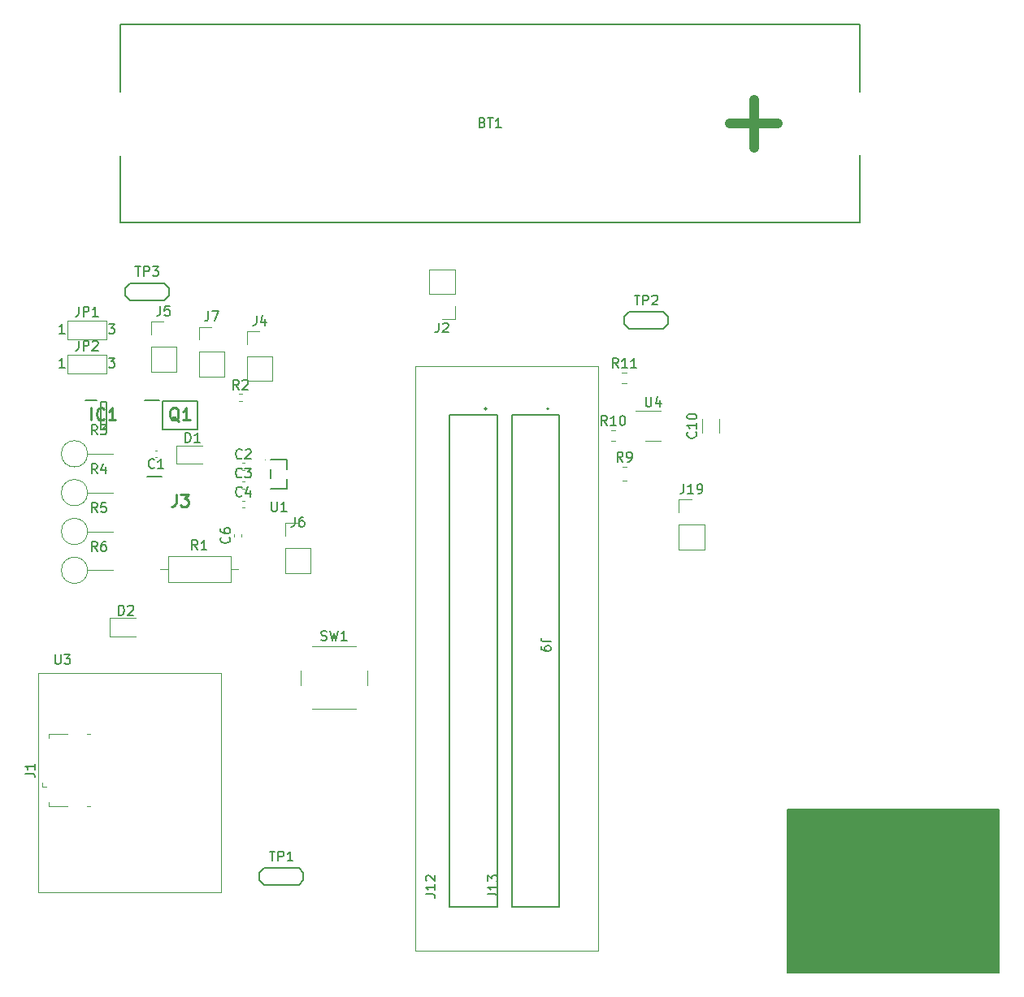
<source format=gbr>
%TF.GenerationSoftware,KiCad,Pcbnew,(7.0.0)*%
%TF.CreationDate,2023-04-14T09:45:01+02:00*%
%TF.ProjectId,overall scematic,6f766572-616c-46c2-9073-63656d617469,rev?*%
%TF.SameCoordinates,Original*%
%TF.FileFunction,Legend,Top*%
%TF.FilePolarity,Positive*%
%FSLAX46Y46*%
G04 Gerber Fmt 4.6, Leading zero omitted, Abs format (unit mm)*
G04 Created by KiCad (PCBNEW (7.0.0)) date 2023-04-14 09:45:01*
%MOMM*%
%LPD*%
G01*
G04 APERTURE LIST*
%ADD10C,0.150000*%
%ADD11C,0.254000*%
%ADD12C,0.120000*%
%ADD13C,1.000000*%
%ADD14C,0.200000*%
%ADD15C,0.100000*%
%ADD16C,0.059995*%
%ADD17C,0.152400*%
G04 APERTURE END LIST*
D10*
X188000000Y-135000000D02*
X210000000Y-135000000D01*
X210000000Y-135000000D02*
X210000000Y-152000000D01*
X210000000Y-152000000D02*
X188000000Y-152000000D01*
X188000000Y-152000000D02*
X188000000Y-135000000D01*
%TO.C,J2*%
X151666666Y-84237380D02*
X151666666Y-84951666D01*
X151666666Y-84951666D02*
X151619047Y-85094523D01*
X151619047Y-85094523D02*
X151523809Y-85189761D01*
X151523809Y-85189761D02*
X151380952Y-85237380D01*
X151380952Y-85237380D02*
X151285714Y-85237380D01*
X152095238Y-84332619D02*
X152142857Y-84285000D01*
X152142857Y-84285000D02*
X152238095Y-84237380D01*
X152238095Y-84237380D02*
X152476190Y-84237380D01*
X152476190Y-84237380D02*
X152571428Y-84285000D01*
X152571428Y-84285000D02*
X152619047Y-84332619D01*
X152619047Y-84332619D02*
X152666666Y-84427857D01*
X152666666Y-84427857D02*
X152666666Y-84523095D01*
X152666666Y-84523095D02*
X152619047Y-84665952D01*
X152619047Y-84665952D02*
X152047619Y-85237380D01*
X152047619Y-85237380D02*
X152666666Y-85237380D01*
%TO.C,BT1*%
X156214285Y-63343571D02*
X156357142Y-63391190D01*
X156357142Y-63391190D02*
X156404761Y-63438809D01*
X156404761Y-63438809D02*
X156452380Y-63534047D01*
X156452380Y-63534047D02*
X156452380Y-63676904D01*
X156452380Y-63676904D02*
X156404761Y-63772142D01*
X156404761Y-63772142D02*
X156357142Y-63819761D01*
X156357142Y-63819761D02*
X156261904Y-63867380D01*
X156261904Y-63867380D02*
X155880952Y-63867380D01*
X155880952Y-63867380D02*
X155880952Y-62867380D01*
X155880952Y-62867380D02*
X156214285Y-62867380D01*
X156214285Y-62867380D02*
X156309523Y-62915000D01*
X156309523Y-62915000D02*
X156357142Y-62962619D01*
X156357142Y-62962619D02*
X156404761Y-63057857D01*
X156404761Y-63057857D02*
X156404761Y-63153095D01*
X156404761Y-63153095D02*
X156357142Y-63248333D01*
X156357142Y-63248333D02*
X156309523Y-63295952D01*
X156309523Y-63295952D02*
X156214285Y-63343571D01*
X156214285Y-63343571D02*
X155880952Y-63343571D01*
X156738095Y-62867380D02*
X157309523Y-62867380D01*
X157023809Y-63867380D02*
X157023809Y-62867380D01*
X158166666Y-63867380D02*
X157595238Y-63867380D01*
X157880952Y-63867380D02*
X157880952Y-62867380D01*
X157880952Y-62867380D02*
X157785714Y-63010238D01*
X157785714Y-63010238D02*
X157690476Y-63105476D01*
X157690476Y-63105476D02*
X157595238Y-63153095D01*
%TO.C,C5*%
X198308333Y-145637142D02*
X198260714Y-145684761D01*
X198260714Y-145684761D02*
X198117857Y-145732380D01*
X198117857Y-145732380D02*
X198022619Y-145732380D01*
X198022619Y-145732380D02*
X197879762Y-145684761D01*
X197879762Y-145684761D02*
X197784524Y-145589523D01*
X197784524Y-145589523D02*
X197736905Y-145494285D01*
X197736905Y-145494285D02*
X197689286Y-145303809D01*
X197689286Y-145303809D02*
X197689286Y-145160952D01*
X197689286Y-145160952D02*
X197736905Y-144970476D01*
X197736905Y-144970476D02*
X197784524Y-144875238D01*
X197784524Y-144875238D02*
X197879762Y-144780000D01*
X197879762Y-144780000D02*
X198022619Y-144732380D01*
X198022619Y-144732380D02*
X198117857Y-144732380D01*
X198117857Y-144732380D02*
X198260714Y-144780000D01*
X198260714Y-144780000D02*
X198308333Y-144827619D01*
X199213095Y-144732380D02*
X198736905Y-144732380D01*
X198736905Y-144732380D02*
X198689286Y-145208571D01*
X198689286Y-145208571D02*
X198736905Y-145160952D01*
X198736905Y-145160952D02*
X198832143Y-145113333D01*
X198832143Y-145113333D02*
X199070238Y-145113333D01*
X199070238Y-145113333D02*
X199165476Y-145160952D01*
X199165476Y-145160952D02*
X199213095Y-145208571D01*
X199213095Y-145208571D02*
X199260714Y-145303809D01*
X199260714Y-145303809D02*
X199260714Y-145541904D01*
X199260714Y-145541904D02*
X199213095Y-145637142D01*
X199213095Y-145637142D02*
X199165476Y-145684761D01*
X199165476Y-145684761D02*
X199070238Y-145732380D01*
X199070238Y-145732380D02*
X198832143Y-145732380D01*
X198832143Y-145732380D02*
X198736905Y-145684761D01*
X198736905Y-145684761D02*
X198689286Y-145637142D01*
D11*
%TO.C,IC1*%
X115472237Y-94371573D02*
X115472237Y-93101573D01*
X116802714Y-94250621D02*
X116742238Y-94311097D01*
X116742238Y-94311097D02*
X116560809Y-94371573D01*
X116560809Y-94371573D02*
X116439857Y-94371573D01*
X116439857Y-94371573D02*
X116258428Y-94311097D01*
X116258428Y-94311097D02*
X116137476Y-94190145D01*
X116137476Y-94190145D02*
X116076999Y-94069192D01*
X116076999Y-94069192D02*
X116016523Y-93827288D01*
X116016523Y-93827288D02*
X116016523Y-93645859D01*
X116016523Y-93645859D02*
X116076999Y-93403954D01*
X116076999Y-93403954D02*
X116137476Y-93283002D01*
X116137476Y-93283002D02*
X116258428Y-93162050D01*
X116258428Y-93162050D02*
X116439857Y-93101573D01*
X116439857Y-93101573D02*
X116560809Y-93101573D01*
X116560809Y-93101573D02*
X116742238Y-93162050D01*
X116742238Y-93162050D02*
X116802714Y-93222526D01*
X118012238Y-94371573D02*
X117286523Y-94371573D01*
X117649380Y-94371573D02*
X117649380Y-93101573D01*
X117649380Y-93101573D02*
X117528428Y-93283002D01*
X117528428Y-93283002D02*
X117407476Y-93403954D01*
X117407476Y-93403954D02*
X117286523Y-93464430D01*
%TO.C,Q1*%
X124591047Y-94492526D02*
X124470095Y-94432050D01*
X124470095Y-94432050D02*
X124349142Y-94311097D01*
X124349142Y-94311097D02*
X124167714Y-94129669D01*
X124167714Y-94129669D02*
X124046761Y-94069192D01*
X124046761Y-94069192D02*
X123925809Y-94069192D01*
X123986285Y-94371573D02*
X123865333Y-94311097D01*
X123865333Y-94311097D02*
X123744380Y-94190145D01*
X123744380Y-94190145D02*
X123683904Y-93948240D01*
X123683904Y-93948240D02*
X123683904Y-93524907D01*
X123683904Y-93524907D02*
X123744380Y-93283002D01*
X123744380Y-93283002D02*
X123865333Y-93162050D01*
X123865333Y-93162050D02*
X123986285Y-93101573D01*
X123986285Y-93101573D02*
X124228190Y-93101573D01*
X124228190Y-93101573D02*
X124349142Y-93162050D01*
X124349142Y-93162050D02*
X124470095Y-93283002D01*
X124470095Y-93283002D02*
X124530571Y-93524907D01*
X124530571Y-93524907D02*
X124530571Y-93948240D01*
X124530571Y-93948240D02*
X124470095Y-94190145D01*
X124470095Y-94190145D02*
X124349142Y-94311097D01*
X124349142Y-94311097D02*
X124228190Y-94371573D01*
X124228190Y-94371573D02*
X123986285Y-94371573D01*
X125740095Y-94371573D02*
X125014380Y-94371573D01*
X125377237Y-94371573D02*
X125377237Y-93101573D01*
X125377237Y-93101573D02*
X125256285Y-93283002D01*
X125256285Y-93283002D02*
X125135333Y-93403954D01*
X125135333Y-93403954D02*
X125014380Y-93464430D01*
D10*
%TO.C,J13*%
X156777380Y-143799523D02*
X157491666Y-143799523D01*
X157491666Y-143799523D02*
X157634523Y-143847142D01*
X157634523Y-143847142D02*
X157729761Y-143942380D01*
X157729761Y-143942380D02*
X157777380Y-144085237D01*
X157777380Y-144085237D02*
X157777380Y-144180475D01*
X157777380Y-142799523D02*
X157777380Y-143370951D01*
X157777380Y-143085237D02*
X156777380Y-143085237D01*
X156777380Y-143085237D02*
X156920238Y-143180475D01*
X156920238Y-143180475D02*
X157015476Y-143275713D01*
X157015476Y-143275713D02*
X157063095Y-143370951D01*
X156777380Y-142466189D02*
X156777380Y-141847142D01*
X156777380Y-141847142D02*
X157158333Y-142180475D01*
X157158333Y-142180475D02*
X157158333Y-142037618D01*
X157158333Y-142037618D02*
X157205952Y-141942380D01*
X157205952Y-141942380D02*
X157253571Y-141894761D01*
X157253571Y-141894761D02*
X157348809Y-141847142D01*
X157348809Y-141847142D02*
X157586904Y-141847142D01*
X157586904Y-141847142D02*
X157682142Y-141894761D01*
X157682142Y-141894761D02*
X157729761Y-141942380D01*
X157729761Y-141942380D02*
X157777380Y-142037618D01*
X157777380Y-142037618D02*
X157777380Y-142323332D01*
X157777380Y-142323332D02*
X157729761Y-142418570D01*
X157729761Y-142418570D02*
X157682142Y-142466189D01*
%TO.C,J12*%
X150277380Y-143799523D02*
X150991666Y-143799523D01*
X150991666Y-143799523D02*
X151134523Y-143847142D01*
X151134523Y-143847142D02*
X151229761Y-143942380D01*
X151229761Y-143942380D02*
X151277380Y-144085237D01*
X151277380Y-144085237D02*
X151277380Y-144180475D01*
X151277380Y-142799523D02*
X151277380Y-143370951D01*
X151277380Y-143085237D02*
X150277380Y-143085237D01*
X150277380Y-143085237D02*
X150420238Y-143180475D01*
X150420238Y-143180475D02*
X150515476Y-143275713D01*
X150515476Y-143275713D02*
X150563095Y-143370951D01*
X150372619Y-142418570D02*
X150325000Y-142370951D01*
X150325000Y-142370951D02*
X150277380Y-142275713D01*
X150277380Y-142275713D02*
X150277380Y-142037618D01*
X150277380Y-142037618D02*
X150325000Y-141942380D01*
X150325000Y-141942380D02*
X150372619Y-141894761D01*
X150372619Y-141894761D02*
X150467857Y-141847142D01*
X150467857Y-141847142D02*
X150563095Y-141847142D01*
X150563095Y-141847142D02*
X150705952Y-141894761D01*
X150705952Y-141894761D02*
X151277380Y-142466189D01*
X151277380Y-142466189D02*
X151277380Y-141847142D01*
%TO.C,U5*%
X205213095Y-143992380D02*
X205213095Y-144801904D01*
X205213095Y-144801904D02*
X205260714Y-144897142D01*
X205260714Y-144897142D02*
X205308333Y-144944761D01*
X205308333Y-144944761D02*
X205403571Y-144992380D01*
X205403571Y-144992380D02*
X205594047Y-144992380D01*
X205594047Y-144992380D02*
X205689285Y-144944761D01*
X205689285Y-144944761D02*
X205736904Y-144897142D01*
X205736904Y-144897142D02*
X205784523Y-144801904D01*
X205784523Y-144801904D02*
X205784523Y-143992380D01*
X206736904Y-143992380D02*
X206260714Y-143992380D01*
X206260714Y-143992380D02*
X206213095Y-144468571D01*
X206213095Y-144468571D02*
X206260714Y-144420952D01*
X206260714Y-144420952D02*
X206355952Y-144373333D01*
X206355952Y-144373333D02*
X206594047Y-144373333D01*
X206594047Y-144373333D02*
X206689285Y-144420952D01*
X206689285Y-144420952D02*
X206736904Y-144468571D01*
X206736904Y-144468571D02*
X206784523Y-144563809D01*
X206784523Y-144563809D02*
X206784523Y-144801904D01*
X206784523Y-144801904D02*
X206736904Y-144897142D01*
X206736904Y-144897142D02*
X206689285Y-144944761D01*
X206689285Y-144944761D02*
X206594047Y-144992380D01*
X206594047Y-144992380D02*
X206355952Y-144992380D01*
X206355952Y-144992380D02*
X206260714Y-144944761D01*
X206260714Y-144944761D02*
X206213095Y-144897142D01*
%TO.C,U1*%
X134238095Y-102903575D02*
X134238095Y-103713099D01*
X134238095Y-103713099D02*
X134285714Y-103808337D01*
X134285714Y-103808337D02*
X134333333Y-103855956D01*
X134333333Y-103855956D02*
X134428571Y-103903575D01*
X134428571Y-103903575D02*
X134619047Y-103903575D01*
X134619047Y-103903575D02*
X134714285Y-103855956D01*
X134714285Y-103855956D02*
X134761904Y-103808337D01*
X134761904Y-103808337D02*
X134809523Y-103713099D01*
X134809523Y-103713099D02*
X134809523Y-102903575D01*
X135809523Y-103903575D02*
X135238095Y-103903575D01*
X135523809Y-103903575D02*
X135523809Y-102903575D01*
X135523809Y-102903575D02*
X135428571Y-103046433D01*
X135428571Y-103046433D02*
X135333333Y-103141671D01*
X135333333Y-103141671D02*
X135238095Y-103189290D01*
%TO.C,U3*%
X111698095Y-118827380D02*
X111698095Y-119636904D01*
X111698095Y-119636904D02*
X111745714Y-119732142D01*
X111745714Y-119732142D02*
X111793333Y-119779761D01*
X111793333Y-119779761D02*
X111888571Y-119827380D01*
X111888571Y-119827380D02*
X112079047Y-119827380D01*
X112079047Y-119827380D02*
X112174285Y-119779761D01*
X112174285Y-119779761D02*
X112221904Y-119732142D01*
X112221904Y-119732142D02*
X112269523Y-119636904D01*
X112269523Y-119636904D02*
X112269523Y-118827380D01*
X112650476Y-118827380D02*
X113269523Y-118827380D01*
X113269523Y-118827380D02*
X112936190Y-119208333D01*
X112936190Y-119208333D02*
X113079047Y-119208333D01*
X113079047Y-119208333D02*
X113174285Y-119255952D01*
X113174285Y-119255952D02*
X113221904Y-119303571D01*
X113221904Y-119303571D02*
X113269523Y-119398809D01*
X113269523Y-119398809D02*
X113269523Y-119636904D01*
X113269523Y-119636904D02*
X113221904Y-119732142D01*
X113221904Y-119732142D02*
X113174285Y-119779761D01*
X113174285Y-119779761D02*
X113079047Y-119827380D01*
X113079047Y-119827380D02*
X112793333Y-119827380D01*
X112793333Y-119827380D02*
X112698095Y-119779761D01*
X112698095Y-119779761D02*
X112650476Y-119732142D01*
%TO.C,J9*%
X163332619Y-117486666D02*
X162618333Y-117486666D01*
X162618333Y-117486666D02*
X162475476Y-117439047D01*
X162475476Y-117439047D02*
X162380238Y-117343809D01*
X162380238Y-117343809D02*
X162332619Y-117200952D01*
X162332619Y-117200952D02*
X162332619Y-117105714D01*
X162332619Y-118010476D02*
X162332619Y-118200952D01*
X162332619Y-118200952D02*
X162380238Y-118296190D01*
X162380238Y-118296190D02*
X162427857Y-118343809D01*
X162427857Y-118343809D02*
X162570714Y-118439047D01*
X162570714Y-118439047D02*
X162761190Y-118486666D01*
X162761190Y-118486666D02*
X163142142Y-118486666D01*
X163142142Y-118486666D02*
X163237380Y-118439047D01*
X163237380Y-118439047D02*
X163285000Y-118391428D01*
X163285000Y-118391428D02*
X163332619Y-118296190D01*
X163332619Y-118296190D02*
X163332619Y-118105714D01*
X163332619Y-118105714D02*
X163285000Y-118010476D01*
X163285000Y-118010476D02*
X163237380Y-117962857D01*
X163237380Y-117962857D02*
X163142142Y-117915238D01*
X163142142Y-117915238D02*
X162904047Y-117915238D01*
X162904047Y-117915238D02*
X162808809Y-117962857D01*
X162808809Y-117962857D02*
X162761190Y-118010476D01*
X162761190Y-118010476D02*
X162713571Y-118105714D01*
X162713571Y-118105714D02*
X162713571Y-118296190D01*
X162713571Y-118296190D02*
X162761190Y-118391428D01*
X162761190Y-118391428D02*
X162808809Y-118439047D01*
X162808809Y-118439047D02*
X162904047Y-118486666D01*
D11*
%TO.C,J3*%
X124288667Y-102101573D02*
X124288667Y-103008716D01*
X124288667Y-103008716D02*
X124228190Y-103190145D01*
X124228190Y-103190145D02*
X124107238Y-103311097D01*
X124107238Y-103311097D02*
X123925809Y-103371573D01*
X123925809Y-103371573D02*
X123804857Y-103371573D01*
X124772476Y-102101573D02*
X125558667Y-102101573D01*
X125558667Y-102101573D02*
X125135333Y-102585383D01*
X125135333Y-102585383D02*
X125316762Y-102585383D01*
X125316762Y-102585383D02*
X125437714Y-102645859D01*
X125437714Y-102645859D02*
X125498190Y-102706335D01*
X125498190Y-102706335D02*
X125558667Y-102827288D01*
X125558667Y-102827288D02*
X125558667Y-103129669D01*
X125558667Y-103129669D02*
X125498190Y-103250621D01*
X125498190Y-103250621D02*
X125437714Y-103311097D01*
X125437714Y-103311097D02*
X125316762Y-103371573D01*
X125316762Y-103371573D02*
X124953905Y-103371573D01*
X124953905Y-103371573D02*
X124832952Y-103311097D01*
X124832952Y-103311097D02*
X124772476Y-103250621D01*
D10*
%TO.C,SW1*%
X139416667Y-117319761D02*
X139559524Y-117367380D01*
X139559524Y-117367380D02*
X139797619Y-117367380D01*
X139797619Y-117367380D02*
X139892857Y-117319761D01*
X139892857Y-117319761D02*
X139940476Y-117272142D01*
X139940476Y-117272142D02*
X139988095Y-117176904D01*
X139988095Y-117176904D02*
X139988095Y-117081666D01*
X139988095Y-117081666D02*
X139940476Y-116986428D01*
X139940476Y-116986428D02*
X139892857Y-116938809D01*
X139892857Y-116938809D02*
X139797619Y-116891190D01*
X139797619Y-116891190D02*
X139607143Y-116843571D01*
X139607143Y-116843571D02*
X139511905Y-116795952D01*
X139511905Y-116795952D02*
X139464286Y-116748333D01*
X139464286Y-116748333D02*
X139416667Y-116653095D01*
X139416667Y-116653095D02*
X139416667Y-116557857D01*
X139416667Y-116557857D02*
X139464286Y-116462619D01*
X139464286Y-116462619D02*
X139511905Y-116415000D01*
X139511905Y-116415000D02*
X139607143Y-116367380D01*
X139607143Y-116367380D02*
X139845238Y-116367380D01*
X139845238Y-116367380D02*
X139988095Y-116415000D01*
X140321429Y-116367380D02*
X140559524Y-117367380D01*
X140559524Y-117367380D02*
X140750000Y-116653095D01*
X140750000Y-116653095D02*
X140940476Y-117367380D01*
X140940476Y-117367380D02*
X141178572Y-116367380D01*
X142083333Y-117367380D02*
X141511905Y-117367380D01*
X141797619Y-117367380D02*
X141797619Y-116367380D01*
X141797619Y-116367380D02*
X141702381Y-116510238D01*
X141702381Y-116510238D02*
X141607143Y-116605476D01*
X141607143Y-116605476D02*
X141511905Y-116653095D01*
%TO.C,C3*%
X131145333Y-100297142D02*
X131097714Y-100344761D01*
X131097714Y-100344761D02*
X130954857Y-100392380D01*
X130954857Y-100392380D02*
X130859619Y-100392380D01*
X130859619Y-100392380D02*
X130716762Y-100344761D01*
X130716762Y-100344761D02*
X130621524Y-100249523D01*
X130621524Y-100249523D02*
X130573905Y-100154285D01*
X130573905Y-100154285D02*
X130526286Y-99963809D01*
X130526286Y-99963809D02*
X130526286Y-99820952D01*
X130526286Y-99820952D02*
X130573905Y-99630476D01*
X130573905Y-99630476D02*
X130621524Y-99535238D01*
X130621524Y-99535238D02*
X130716762Y-99440000D01*
X130716762Y-99440000D02*
X130859619Y-99392380D01*
X130859619Y-99392380D02*
X130954857Y-99392380D01*
X130954857Y-99392380D02*
X131097714Y-99440000D01*
X131097714Y-99440000D02*
X131145333Y-99487619D01*
X131478667Y-99392380D02*
X132097714Y-99392380D01*
X132097714Y-99392380D02*
X131764381Y-99773333D01*
X131764381Y-99773333D02*
X131907238Y-99773333D01*
X131907238Y-99773333D02*
X132002476Y-99820952D01*
X132002476Y-99820952D02*
X132050095Y-99868571D01*
X132050095Y-99868571D02*
X132097714Y-99963809D01*
X132097714Y-99963809D02*
X132097714Y-100201904D01*
X132097714Y-100201904D02*
X132050095Y-100297142D01*
X132050095Y-100297142D02*
X132002476Y-100344761D01*
X132002476Y-100344761D02*
X131907238Y-100392380D01*
X131907238Y-100392380D02*
X131621524Y-100392380D01*
X131621524Y-100392380D02*
X131526286Y-100344761D01*
X131526286Y-100344761D02*
X131478667Y-100297142D01*
%TO.C,C4*%
X131145333Y-102267142D02*
X131097714Y-102314761D01*
X131097714Y-102314761D02*
X130954857Y-102362380D01*
X130954857Y-102362380D02*
X130859619Y-102362380D01*
X130859619Y-102362380D02*
X130716762Y-102314761D01*
X130716762Y-102314761D02*
X130621524Y-102219523D01*
X130621524Y-102219523D02*
X130573905Y-102124285D01*
X130573905Y-102124285D02*
X130526286Y-101933809D01*
X130526286Y-101933809D02*
X130526286Y-101790952D01*
X130526286Y-101790952D02*
X130573905Y-101600476D01*
X130573905Y-101600476D02*
X130621524Y-101505238D01*
X130621524Y-101505238D02*
X130716762Y-101410000D01*
X130716762Y-101410000D02*
X130859619Y-101362380D01*
X130859619Y-101362380D02*
X130954857Y-101362380D01*
X130954857Y-101362380D02*
X131097714Y-101410000D01*
X131097714Y-101410000D02*
X131145333Y-101457619D01*
X132002476Y-101695714D02*
X132002476Y-102362380D01*
X131764381Y-101314761D02*
X131526286Y-102029047D01*
X131526286Y-102029047D02*
X132145333Y-102029047D01*
%TO.C,C6*%
X129824142Y-106591666D02*
X129871761Y-106639285D01*
X129871761Y-106639285D02*
X129919380Y-106782142D01*
X129919380Y-106782142D02*
X129919380Y-106877380D01*
X129919380Y-106877380D02*
X129871761Y-107020237D01*
X129871761Y-107020237D02*
X129776523Y-107115475D01*
X129776523Y-107115475D02*
X129681285Y-107163094D01*
X129681285Y-107163094D02*
X129490809Y-107210713D01*
X129490809Y-107210713D02*
X129347952Y-107210713D01*
X129347952Y-107210713D02*
X129157476Y-107163094D01*
X129157476Y-107163094D02*
X129062238Y-107115475D01*
X129062238Y-107115475D02*
X128967000Y-107020237D01*
X128967000Y-107020237D02*
X128919380Y-106877380D01*
X128919380Y-106877380D02*
X128919380Y-106782142D01*
X128919380Y-106782142D02*
X128967000Y-106639285D01*
X128967000Y-106639285D02*
X129014619Y-106591666D01*
X128919380Y-105734523D02*
X128919380Y-105924999D01*
X128919380Y-105924999D02*
X128967000Y-106020237D01*
X128967000Y-106020237D02*
X129014619Y-106067856D01*
X129014619Y-106067856D02*
X129157476Y-106163094D01*
X129157476Y-106163094D02*
X129347952Y-106210713D01*
X129347952Y-106210713D02*
X129728904Y-106210713D01*
X129728904Y-106210713D02*
X129824142Y-106163094D01*
X129824142Y-106163094D02*
X129871761Y-106115475D01*
X129871761Y-106115475D02*
X129919380Y-106020237D01*
X129919380Y-106020237D02*
X129919380Y-105829761D01*
X129919380Y-105829761D02*
X129871761Y-105734523D01*
X129871761Y-105734523D02*
X129824142Y-105686904D01*
X129824142Y-105686904D02*
X129728904Y-105639285D01*
X129728904Y-105639285D02*
X129490809Y-105639285D01*
X129490809Y-105639285D02*
X129395571Y-105686904D01*
X129395571Y-105686904D02*
X129347952Y-105734523D01*
X129347952Y-105734523D02*
X129300333Y-105829761D01*
X129300333Y-105829761D02*
X129300333Y-106020237D01*
X129300333Y-106020237D02*
X129347952Y-106115475D01*
X129347952Y-106115475D02*
X129395571Y-106163094D01*
X129395571Y-106163094D02*
X129490809Y-106210713D01*
%TO.C,C2*%
X131145333Y-98327142D02*
X131097714Y-98374761D01*
X131097714Y-98374761D02*
X130954857Y-98422380D01*
X130954857Y-98422380D02*
X130859619Y-98422380D01*
X130859619Y-98422380D02*
X130716762Y-98374761D01*
X130716762Y-98374761D02*
X130621524Y-98279523D01*
X130621524Y-98279523D02*
X130573905Y-98184285D01*
X130573905Y-98184285D02*
X130526286Y-97993809D01*
X130526286Y-97993809D02*
X130526286Y-97850952D01*
X130526286Y-97850952D02*
X130573905Y-97660476D01*
X130573905Y-97660476D02*
X130621524Y-97565238D01*
X130621524Y-97565238D02*
X130716762Y-97470000D01*
X130716762Y-97470000D02*
X130859619Y-97422380D01*
X130859619Y-97422380D02*
X130954857Y-97422380D01*
X130954857Y-97422380D02*
X131097714Y-97470000D01*
X131097714Y-97470000D02*
X131145333Y-97517619D01*
X131526286Y-97517619D02*
X131573905Y-97470000D01*
X131573905Y-97470000D02*
X131669143Y-97422380D01*
X131669143Y-97422380D02*
X131907238Y-97422380D01*
X131907238Y-97422380D02*
X132002476Y-97470000D01*
X132002476Y-97470000D02*
X132050095Y-97517619D01*
X132050095Y-97517619D02*
X132097714Y-97612857D01*
X132097714Y-97612857D02*
X132097714Y-97708095D01*
X132097714Y-97708095D02*
X132050095Y-97850952D01*
X132050095Y-97850952D02*
X131478667Y-98422380D01*
X131478667Y-98422380D02*
X132097714Y-98422380D01*
%TO.C,C1*%
X122025333Y-99337142D02*
X121977714Y-99384761D01*
X121977714Y-99384761D02*
X121834857Y-99432380D01*
X121834857Y-99432380D02*
X121739619Y-99432380D01*
X121739619Y-99432380D02*
X121596762Y-99384761D01*
X121596762Y-99384761D02*
X121501524Y-99289523D01*
X121501524Y-99289523D02*
X121453905Y-99194285D01*
X121453905Y-99194285D02*
X121406286Y-99003809D01*
X121406286Y-99003809D02*
X121406286Y-98860952D01*
X121406286Y-98860952D02*
X121453905Y-98670476D01*
X121453905Y-98670476D02*
X121501524Y-98575238D01*
X121501524Y-98575238D02*
X121596762Y-98480000D01*
X121596762Y-98480000D02*
X121739619Y-98432380D01*
X121739619Y-98432380D02*
X121834857Y-98432380D01*
X121834857Y-98432380D02*
X121977714Y-98480000D01*
X121977714Y-98480000D02*
X122025333Y-98527619D01*
X122977714Y-99432380D02*
X122406286Y-99432380D01*
X122692000Y-99432380D02*
X122692000Y-98432380D01*
X122692000Y-98432380D02*
X122596762Y-98575238D01*
X122596762Y-98575238D02*
X122501524Y-98670476D01*
X122501524Y-98670476D02*
X122406286Y-98718095D01*
%TO.C,C10*%
X178422142Y-95642857D02*
X178469761Y-95690476D01*
X178469761Y-95690476D02*
X178517380Y-95833333D01*
X178517380Y-95833333D02*
X178517380Y-95928571D01*
X178517380Y-95928571D02*
X178469761Y-96071428D01*
X178469761Y-96071428D02*
X178374523Y-96166666D01*
X178374523Y-96166666D02*
X178279285Y-96214285D01*
X178279285Y-96214285D02*
X178088809Y-96261904D01*
X178088809Y-96261904D02*
X177945952Y-96261904D01*
X177945952Y-96261904D02*
X177755476Y-96214285D01*
X177755476Y-96214285D02*
X177660238Y-96166666D01*
X177660238Y-96166666D02*
X177565000Y-96071428D01*
X177565000Y-96071428D02*
X177517380Y-95928571D01*
X177517380Y-95928571D02*
X177517380Y-95833333D01*
X177517380Y-95833333D02*
X177565000Y-95690476D01*
X177565000Y-95690476D02*
X177612619Y-95642857D01*
X178517380Y-94690476D02*
X178517380Y-95261904D01*
X178517380Y-94976190D02*
X177517380Y-94976190D01*
X177517380Y-94976190D02*
X177660238Y-95071428D01*
X177660238Y-95071428D02*
X177755476Y-95166666D01*
X177755476Y-95166666D02*
X177803095Y-95261904D01*
X177517380Y-94071428D02*
X177517380Y-93976190D01*
X177517380Y-93976190D02*
X177565000Y-93880952D01*
X177565000Y-93880952D02*
X177612619Y-93833333D01*
X177612619Y-93833333D02*
X177707857Y-93785714D01*
X177707857Y-93785714D02*
X177898333Y-93738095D01*
X177898333Y-93738095D02*
X178136428Y-93738095D01*
X178136428Y-93738095D02*
X178326904Y-93785714D01*
X178326904Y-93785714D02*
X178422142Y-93833333D01*
X178422142Y-93833333D02*
X178469761Y-93880952D01*
X178469761Y-93880952D02*
X178517380Y-93976190D01*
X178517380Y-93976190D02*
X178517380Y-94071428D01*
X178517380Y-94071428D02*
X178469761Y-94166666D01*
X178469761Y-94166666D02*
X178422142Y-94214285D01*
X178422142Y-94214285D02*
X178326904Y-94261904D01*
X178326904Y-94261904D02*
X178136428Y-94309523D01*
X178136428Y-94309523D02*
X177898333Y-94309523D01*
X177898333Y-94309523D02*
X177707857Y-94261904D01*
X177707857Y-94261904D02*
X177612619Y-94214285D01*
X177612619Y-94214285D02*
X177565000Y-94166666D01*
X177565000Y-94166666D02*
X177517380Y-94071428D01*
%TO.C,J19*%
X177190476Y-101037380D02*
X177190476Y-101751666D01*
X177190476Y-101751666D02*
X177142857Y-101894523D01*
X177142857Y-101894523D02*
X177047619Y-101989761D01*
X177047619Y-101989761D02*
X176904762Y-102037380D01*
X176904762Y-102037380D02*
X176809524Y-102037380D01*
X178190476Y-102037380D02*
X177619048Y-102037380D01*
X177904762Y-102037380D02*
X177904762Y-101037380D01*
X177904762Y-101037380D02*
X177809524Y-101180238D01*
X177809524Y-101180238D02*
X177714286Y-101275476D01*
X177714286Y-101275476D02*
X177619048Y-101323095D01*
X178666667Y-102037380D02*
X178857143Y-102037380D01*
X178857143Y-102037380D02*
X178952381Y-101989761D01*
X178952381Y-101989761D02*
X179000000Y-101942142D01*
X179000000Y-101942142D02*
X179095238Y-101799285D01*
X179095238Y-101799285D02*
X179142857Y-101608809D01*
X179142857Y-101608809D02*
X179142857Y-101227857D01*
X179142857Y-101227857D02*
X179095238Y-101132619D01*
X179095238Y-101132619D02*
X179047619Y-101085000D01*
X179047619Y-101085000D02*
X178952381Y-101037380D01*
X178952381Y-101037380D02*
X178761905Y-101037380D01*
X178761905Y-101037380D02*
X178666667Y-101085000D01*
X178666667Y-101085000D02*
X178619048Y-101132619D01*
X178619048Y-101132619D02*
X178571429Y-101227857D01*
X178571429Y-101227857D02*
X178571429Y-101465952D01*
X178571429Y-101465952D02*
X178619048Y-101561190D01*
X178619048Y-101561190D02*
X178666667Y-101608809D01*
X178666667Y-101608809D02*
X178761905Y-101656428D01*
X178761905Y-101656428D02*
X178952381Y-101656428D01*
X178952381Y-101656428D02*
X179047619Y-101608809D01*
X179047619Y-101608809D02*
X179095238Y-101561190D01*
X179095238Y-101561190D02*
X179142857Y-101465952D01*
%TO.C,J4*%
X132666666Y-83497380D02*
X132666666Y-84211666D01*
X132666666Y-84211666D02*
X132619047Y-84354523D01*
X132619047Y-84354523D02*
X132523809Y-84449761D01*
X132523809Y-84449761D02*
X132380952Y-84497380D01*
X132380952Y-84497380D02*
X132285714Y-84497380D01*
X133571428Y-83830714D02*
X133571428Y-84497380D01*
X133333333Y-83449761D02*
X133095238Y-84164047D01*
X133095238Y-84164047D02*
X133714285Y-84164047D01*
%TO.C,J5*%
X122666666Y-82497380D02*
X122666666Y-83211666D01*
X122666666Y-83211666D02*
X122619047Y-83354523D01*
X122619047Y-83354523D02*
X122523809Y-83449761D01*
X122523809Y-83449761D02*
X122380952Y-83497380D01*
X122380952Y-83497380D02*
X122285714Y-83497380D01*
X123619047Y-82497380D02*
X123142857Y-82497380D01*
X123142857Y-82497380D02*
X123095238Y-82973571D01*
X123095238Y-82973571D02*
X123142857Y-82925952D01*
X123142857Y-82925952D02*
X123238095Y-82878333D01*
X123238095Y-82878333D02*
X123476190Y-82878333D01*
X123476190Y-82878333D02*
X123571428Y-82925952D01*
X123571428Y-82925952D02*
X123619047Y-82973571D01*
X123619047Y-82973571D02*
X123666666Y-83068809D01*
X123666666Y-83068809D02*
X123666666Y-83306904D01*
X123666666Y-83306904D02*
X123619047Y-83402142D01*
X123619047Y-83402142D02*
X123571428Y-83449761D01*
X123571428Y-83449761D02*
X123476190Y-83497380D01*
X123476190Y-83497380D02*
X123238095Y-83497380D01*
X123238095Y-83497380D02*
X123142857Y-83449761D01*
X123142857Y-83449761D02*
X123095238Y-83402142D01*
%TO.C,J6*%
X136666666Y-104497380D02*
X136666666Y-105211666D01*
X136666666Y-105211666D02*
X136619047Y-105354523D01*
X136619047Y-105354523D02*
X136523809Y-105449761D01*
X136523809Y-105449761D02*
X136380952Y-105497380D01*
X136380952Y-105497380D02*
X136285714Y-105497380D01*
X137571428Y-104497380D02*
X137380952Y-104497380D01*
X137380952Y-104497380D02*
X137285714Y-104545000D01*
X137285714Y-104545000D02*
X137238095Y-104592619D01*
X137238095Y-104592619D02*
X137142857Y-104735476D01*
X137142857Y-104735476D02*
X137095238Y-104925952D01*
X137095238Y-104925952D02*
X137095238Y-105306904D01*
X137095238Y-105306904D02*
X137142857Y-105402142D01*
X137142857Y-105402142D02*
X137190476Y-105449761D01*
X137190476Y-105449761D02*
X137285714Y-105497380D01*
X137285714Y-105497380D02*
X137476190Y-105497380D01*
X137476190Y-105497380D02*
X137571428Y-105449761D01*
X137571428Y-105449761D02*
X137619047Y-105402142D01*
X137619047Y-105402142D02*
X137666666Y-105306904D01*
X137666666Y-105306904D02*
X137666666Y-105068809D01*
X137666666Y-105068809D02*
X137619047Y-104973571D01*
X137619047Y-104973571D02*
X137571428Y-104925952D01*
X137571428Y-104925952D02*
X137476190Y-104878333D01*
X137476190Y-104878333D02*
X137285714Y-104878333D01*
X137285714Y-104878333D02*
X137190476Y-104925952D01*
X137190476Y-104925952D02*
X137142857Y-104973571D01*
X137142857Y-104973571D02*
X137095238Y-105068809D01*
%TO.C,J7*%
X127666666Y-83037380D02*
X127666666Y-83751666D01*
X127666666Y-83751666D02*
X127619047Y-83894523D01*
X127619047Y-83894523D02*
X127523809Y-83989761D01*
X127523809Y-83989761D02*
X127380952Y-84037380D01*
X127380952Y-84037380D02*
X127285714Y-84037380D01*
X128047619Y-83037380D02*
X128714285Y-83037380D01*
X128714285Y-83037380D02*
X128285714Y-84037380D01*
%TO.C,J1*%
X108567380Y-131233333D02*
X109281666Y-131233333D01*
X109281666Y-131233333D02*
X109424523Y-131280952D01*
X109424523Y-131280952D02*
X109519761Y-131376190D01*
X109519761Y-131376190D02*
X109567380Y-131519047D01*
X109567380Y-131519047D02*
X109567380Y-131614285D01*
X109567380Y-130233333D02*
X109567380Y-130804761D01*
X109567380Y-130519047D02*
X108567380Y-130519047D01*
X108567380Y-130519047D02*
X108710238Y-130614285D01*
X108710238Y-130614285D02*
X108805476Y-130709523D01*
X108805476Y-130709523D02*
X108853095Y-130804761D01*
%TO.C,D1*%
X125261905Y-96717380D02*
X125261905Y-95717380D01*
X125261905Y-95717380D02*
X125500000Y-95717380D01*
X125500000Y-95717380D02*
X125642857Y-95765000D01*
X125642857Y-95765000D02*
X125738095Y-95860238D01*
X125738095Y-95860238D02*
X125785714Y-95955476D01*
X125785714Y-95955476D02*
X125833333Y-96145952D01*
X125833333Y-96145952D02*
X125833333Y-96288809D01*
X125833333Y-96288809D02*
X125785714Y-96479285D01*
X125785714Y-96479285D02*
X125738095Y-96574523D01*
X125738095Y-96574523D02*
X125642857Y-96669761D01*
X125642857Y-96669761D02*
X125500000Y-96717380D01*
X125500000Y-96717380D02*
X125261905Y-96717380D01*
X126785714Y-96717380D02*
X126214286Y-96717380D01*
X126500000Y-96717380D02*
X126500000Y-95717380D01*
X126500000Y-95717380D02*
X126404762Y-95860238D01*
X126404762Y-95860238D02*
X126309524Y-95955476D01*
X126309524Y-95955476D02*
X126214286Y-96003095D01*
%TO.C,JP2*%
X114166666Y-86117380D02*
X114166666Y-86831666D01*
X114166666Y-86831666D02*
X114119047Y-86974523D01*
X114119047Y-86974523D02*
X114023809Y-87069761D01*
X114023809Y-87069761D02*
X113880952Y-87117380D01*
X113880952Y-87117380D02*
X113785714Y-87117380D01*
X114642857Y-87117380D02*
X114642857Y-86117380D01*
X114642857Y-86117380D02*
X115023809Y-86117380D01*
X115023809Y-86117380D02*
X115119047Y-86165000D01*
X115119047Y-86165000D02*
X115166666Y-86212619D01*
X115166666Y-86212619D02*
X115214285Y-86307857D01*
X115214285Y-86307857D02*
X115214285Y-86450714D01*
X115214285Y-86450714D02*
X115166666Y-86545952D01*
X115166666Y-86545952D02*
X115119047Y-86593571D01*
X115119047Y-86593571D02*
X115023809Y-86641190D01*
X115023809Y-86641190D02*
X114642857Y-86641190D01*
X115595238Y-86212619D02*
X115642857Y-86165000D01*
X115642857Y-86165000D02*
X115738095Y-86117380D01*
X115738095Y-86117380D02*
X115976190Y-86117380D01*
X115976190Y-86117380D02*
X116071428Y-86165000D01*
X116071428Y-86165000D02*
X116119047Y-86212619D01*
X116119047Y-86212619D02*
X116166666Y-86307857D01*
X116166666Y-86307857D02*
X116166666Y-86403095D01*
X116166666Y-86403095D02*
X116119047Y-86545952D01*
X116119047Y-86545952D02*
X115547619Y-87117380D01*
X115547619Y-87117380D02*
X116166666Y-87117380D01*
X112685714Y-88917380D02*
X112114286Y-88917380D01*
X112400000Y-88917380D02*
X112400000Y-87917380D01*
X112400000Y-87917380D02*
X112304762Y-88060238D01*
X112304762Y-88060238D02*
X112209524Y-88155476D01*
X112209524Y-88155476D02*
X112114286Y-88203095D01*
X117266667Y-87917380D02*
X117885714Y-87917380D01*
X117885714Y-87917380D02*
X117552381Y-88298333D01*
X117552381Y-88298333D02*
X117695238Y-88298333D01*
X117695238Y-88298333D02*
X117790476Y-88345952D01*
X117790476Y-88345952D02*
X117838095Y-88393571D01*
X117838095Y-88393571D02*
X117885714Y-88488809D01*
X117885714Y-88488809D02*
X117885714Y-88726904D01*
X117885714Y-88726904D02*
X117838095Y-88822142D01*
X117838095Y-88822142D02*
X117790476Y-88869761D01*
X117790476Y-88869761D02*
X117695238Y-88917380D01*
X117695238Y-88917380D02*
X117409524Y-88917380D01*
X117409524Y-88917380D02*
X117314286Y-88869761D01*
X117314286Y-88869761D02*
X117266667Y-88822142D01*
%TO.C,JP1*%
X114166666Y-82567380D02*
X114166666Y-83281666D01*
X114166666Y-83281666D02*
X114119047Y-83424523D01*
X114119047Y-83424523D02*
X114023809Y-83519761D01*
X114023809Y-83519761D02*
X113880952Y-83567380D01*
X113880952Y-83567380D02*
X113785714Y-83567380D01*
X114642857Y-83567380D02*
X114642857Y-82567380D01*
X114642857Y-82567380D02*
X115023809Y-82567380D01*
X115023809Y-82567380D02*
X115119047Y-82615000D01*
X115119047Y-82615000D02*
X115166666Y-82662619D01*
X115166666Y-82662619D02*
X115214285Y-82757857D01*
X115214285Y-82757857D02*
X115214285Y-82900714D01*
X115214285Y-82900714D02*
X115166666Y-82995952D01*
X115166666Y-82995952D02*
X115119047Y-83043571D01*
X115119047Y-83043571D02*
X115023809Y-83091190D01*
X115023809Y-83091190D02*
X114642857Y-83091190D01*
X116166666Y-83567380D02*
X115595238Y-83567380D01*
X115880952Y-83567380D02*
X115880952Y-82567380D01*
X115880952Y-82567380D02*
X115785714Y-82710238D01*
X115785714Y-82710238D02*
X115690476Y-82805476D01*
X115690476Y-82805476D02*
X115595238Y-82853095D01*
X112685714Y-85367380D02*
X112114286Y-85367380D01*
X112400000Y-85367380D02*
X112400000Y-84367380D01*
X112400000Y-84367380D02*
X112304762Y-84510238D01*
X112304762Y-84510238D02*
X112209524Y-84605476D01*
X112209524Y-84605476D02*
X112114286Y-84653095D01*
X117266667Y-84367380D02*
X117885714Y-84367380D01*
X117885714Y-84367380D02*
X117552381Y-84748333D01*
X117552381Y-84748333D02*
X117695238Y-84748333D01*
X117695238Y-84748333D02*
X117790476Y-84795952D01*
X117790476Y-84795952D02*
X117838095Y-84843571D01*
X117838095Y-84843571D02*
X117885714Y-84938809D01*
X117885714Y-84938809D02*
X117885714Y-85176904D01*
X117885714Y-85176904D02*
X117838095Y-85272142D01*
X117838095Y-85272142D02*
X117790476Y-85319761D01*
X117790476Y-85319761D02*
X117695238Y-85367380D01*
X117695238Y-85367380D02*
X117409524Y-85367380D01*
X117409524Y-85367380D02*
X117314286Y-85319761D01*
X117314286Y-85319761D02*
X117266667Y-85272142D01*
%TO.C,D2*%
X118324405Y-114717380D02*
X118324405Y-113717380D01*
X118324405Y-113717380D02*
X118562500Y-113717380D01*
X118562500Y-113717380D02*
X118705357Y-113765000D01*
X118705357Y-113765000D02*
X118800595Y-113860238D01*
X118800595Y-113860238D02*
X118848214Y-113955476D01*
X118848214Y-113955476D02*
X118895833Y-114145952D01*
X118895833Y-114145952D02*
X118895833Y-114288809D01*
X118895833Y-114288809D02*
X118848214Y-114479285D01*
X118848214Y-114479285D02*
X118800595Y-114574523D01*
X118800595Y-114574523D02*
X118705357Y-114669761D01*
X118705357Y-114669761D02*
X118562500Y-114717380D01*
X118562500Y-114717380D02*
X118324405Y-114717380D01*
X119276786Y-113812619D02*
X119324405Y-113765000D01*
X119324405Y-113765000D02*
X119419643Y-113717380D01*
X119419643Y-113717380D02*
X119657738Y-113717380D01*
X119657738Y-113717380D02*
X119752976Y-113765000D01*
X119752976Y-113765000D02*
X119800595Y-113812619D01*
X119800595Y-113812619D02*
X119848214Y-113907857D01*
X119848214Y-113907857D02*
X119848214Y-114003095D01*
X119848214Y-114003095D02*
X119800595Y-114145952D01*
X119800595Y-114145952D02*
X119229167Y-114717380D01*
X119229167Y-114717380D02*
X119848214Y-114717380D01*
%TO.C,U2*%
X197788095Y-138757380D02*
X197788095Y-139566904D01*
X197788095Y-139566904D02*
X197835714Y-139662142D01*
X197835714Y-139662142D02*
X197883333Y-139709761D01*
X197883333Y-139709761D02*
X197978571Y-139757380D01*
X197978571Y-139757380D02*
X198169047Y-139757380D01*
X198169047Y-139757380D02*
X198264285Y-139709761D01*
X198264285Y-139709761D02*
X198311904Y-139662142D01*
X198311904Y-139662142D02*
X198359523Y-139566904D01*
X198359523Y-139566904D02*
X198359523Y-138757380D01*
X198788095Y-138852619D02*
X198835714Y-138805000D01*
X198835714Y-138805000D02*
X198930952Y-138757380D01*
X198930952Y-138757380D02*
X199169047Y-138757380D01*
X199169047Y-138757380D02*
X199264285Y-138805000D01*
X199264285Y-138805000D02*
X199311904Y-138852619D01*
X199311904Y-138852619D02*
X199359523Y-138947857D01*
X199359523Y-138947857D02*
X199359523Y-139043095D01*
X199359523Y-139043095D02*
X199311904Y-139185952D01*
X199311904Y-139185952D02*
X198740476Y-139757380D01*
X198740476Y-139757380D02*
X199359523Y-139757380D01*
%TO.C,U4*%
X173238095Y-91967380D02*
X173238095Y-92776904D01*
X173238095Y-92776904D02*
X173285714Y-92872142D01*
X173285714Y-92872142D02*
X173333333Y-92919761D01*
X173333333Y-92919761D02*
X173428571Y-92967380D01*
X173428571Y-92967380D02*
X173619047Y-92967380D01*
X173619047Y-92967380D02*
X173714285Y-92919761D01*
X173714285Y-92919761D02*
X173761904Y-92872142D01*
X173761904Y-92872142D02*
X173809523Y-92776904D01*
X173809523Y-92776904D02*
X173809523Y-91967380D01*
X174714285Y-92300714D02*
X174714285Y-92967380D01*
X174476190Y-91919761D02*
X174238095Y-92634047D01*
X174238095Y-92634047D02*
X174857142Y-92634047D01*
%TO.C,R2*%
X130833333Y-91197380D02*
X130500000Y-90721190D01*
X130261905Y-91197380D02*
X130261905Y-90197380D01*
X130261905Y-90197380D02*
X130642857Y-90197380D01*
X130642857Y-90197380D02*
X130738095Y-90245000D01*
X130738095Y-90245000D02*
X130785714Y-90292619D01*
X130785714Y-90292619D02*
X130833333Y-90387857D01*
X130833333Y-90387857D02*
X130833333Y-90530714D01*
X130833333Y-90530714D02*
X130785714Y-90625952D01*
X130785714Y-90625952D02*
X130738095Y-90673571D01*
X130738095Y-90673571D02*
X130642857Y-90721190D01*
X130642857Y-90721190D02*
X130261905Y-90721190D01*
X131214286Y-90292619D02*
X131261905Y-90245000D01*
X131261905Y-90245000D02*
X131357143Y-90197380D01*
X131357143Y-90197380D02*
X131595238Y-90197380D01*
X131595238Y-90197380D02*
X131690476Y-90245000D01*
X131690476Y-90245000D02*
X131738095Y-90292619D01*
X131738095Y-90292619D02*
X131785714Y-90387857D01*
X131785714Y-90387857D02*
X131785714Y-90483095D01*
X131785714Y-90483095D02*
X131738095Y-90625952D01*
X131738095Y-90625952D02*
X131166667Y-91197380D01*
X131166667Y-91197380D02*
X131785714Y-91197380D01*
%TO.C,R10*%
X169182142Y-94937380D02*
X168848809Y-94461190D01*
X168610714Y-94937380D02*
X168610714Y-93937380D01*
X168610714Y-93937380D02*
X168991666Y-93937380D01*
X168991666Y-93937380D02*
X169086904Y-93985000D01*
X169086904Y-93985000D02*
X169134523Y-94032619D01*
X169134523Y-94032619D02*
X169182142Y-94127857D01*
X169182142Y-94127857D02*
X169182142Y-94270714D01*
X169182142Y-94270714D02*
X169134523Y-94365952D01*
X169134523Y-94365952D02*
X169086904Y-94413571D01*
X169086904Y-94413571D02*
X168991666Y-94461190D01*
X168991666Y-94461190D02*
X168610714Y-94461190D01*
X170134523Y-94937380D02*
X169563095Y-94937380D01*
X169848809Y-94937380D02*
X169848809Y-93937380D01*
X169848809Y-93937380D02*
X169753571Y-94080238D01*
X169753571Y-94080238D02*
X169658333Y-94175476D01*
X169658333Y-94175476D02*
X169563095Y-94223095D01*
X170753571Y-93937380D02*
X170848809Y-93937380D01*
X170848809Y-93937380D02*
X170944047Y-93985000D01*
X170944047Y-93985000D02*
X170991666Y-94032619D01*
X170991666Y-94032619D02*
X171039285Y-94127857D01*
X171039285Y-94127857D02*
X171086904Y-94318333D01*
X171086904Y-94318333D02*
X171086904Y-94556428D01*
X171086904Y-94556428D02*
X171039285Y-94746904D01*
X171039285Y-94746904D02*
X170991666Y-94842142D01*
X170991666Y-94842142D02*
X170944047Y-94889761D01*
X170944047Y-94889761D02*
X170848809Y-94937380D01*
X170848809Y-94937380D02*
X170753571Y-94937380D01*
X170753571Y-94937380D02*
X170658333Y-94889761D01*
X170658333Y-94889761D02*
X170610714Y-94842142D01*
X170610714Y-94842142D02*
X170563095Y-94746904D01*
X170563095Y-94746904D02*
X170515476Y-94556428D01*
X170515476Y-94556428D02*
X170515476Y-94318333D01*
X170515476Y-94318333D02*
X170563095Y-94127857D01*
X170563095Y-94127857D02*
X170610714Y-94032619D01*
X170610714Y-94032619D02*
X170658333Y-93985000D01*
X170658333Y-93985000D02*
X170753571Y-93937380D01*
%TO.C,R11*%
X170357142Y-88937380D02*
X170023809Y-88461190D01*
X169785714Y-88937380D02*
X169785714Y-87937380D01*
X169785714Y-87937380D02*
X170166666Y-87937380D01*
X170166666Y-87937380D02*
X170261904Y-87985000D01*
X170261904Y-87985000D02*
X170309523Y-88032619D01*
X170309523Y-88032619D02*
X170357142Y-88127857D01*
X170357142Y-88127857D02*
X170357142Y-88270714D01*
X170357142Y-88270714D02*
X170309523Y-88365952D01*
X170309523Y-88365952D02*
X170261904Y-88413571D01*
X170261904Y-88413571D02*
X170166666Y-88461190D01*
X170166666Y-88461190D02*
X169785714Y-88461190D01*
X171309523Y-88937380D02*
X170738095Y-88937380D01*
X171023809Y-88937380D02*
X171023809Y-87937380D01*
X171023809Y-87937380D02*
X170928571Y-88080238D01*
X170928571Y-88080238D02*
X170833333Y-88175476D01*
X170833333Y-88175476D02*
X170738095Y-88223095D01*
X172261904Y-88937380D02*
X171690476Y-88937380D01*
X171976190Y-88937380D02*
X171976190Y-87937380D01*
X171976190Y-87937380D02*
X171880952Y-88080238D01*
X171880952Y-88080238D02*
X171785714Y-88175476D01*
X171785714Y-88175476D02*
X171690476Y-88223095D01*
%TO.C,R9*%
X170833333Y-98717380D02*
X170500000Y-98241190D01*
X170261905Y-98717380D02*
X170261905Y-97717380D01*
X170261905Y-97717380D02*
X170642857Y-97717380D01*
X170642857Y-97717380D02*
X170738095Y-97765000D01*
X170738095Y-97765000D02*
X170785714Y-97812619D01*
X170785714Y-97812619D02*
X170833333Y-97907857D01*
X170833333Y-97907857D02*
X170833333Y-98050714D01*
X170833333Y-98050714D02*
X170785714Y-98145952D01*
X170785714Y-98145952D02*
X170738095Y-98193571D01*
X170738095Y-98193571D02*
X170642857Y-98241190D01*
X170642857Y-98241190D02*
X170261905Y-98241190D01*
X171309524Y-98717380D02*
X171500000Y-98717380D01*
X171500000Y-98717380D02*
X171595238Y-98669761D01*
X171595238Y-98669761D02*
X171642857Y-98622142D01*
X171642857Y-98622142D02*
X171738095Y-98479285D01*
X171738095Y-98479285D02*
X171785714Y-98288809D01*
X171785714Y-98288809D02*
X171785714Y-97907857D01*
X171785714Y-97907857D02*
X171738095Y-97812619D01*
X171738095Y-97812619D02*
X171690476Y-97765000D01*
X171690476Y-97765000D02*
X171595238Y-97717380D01*
X171595238Y-97717380D02*
X171404762Y-97717380D01*
X171404762Y-97717380D02*
X171309524Y-97765000D01*
X171309524Y-97765000D02*
X171261905Y-97812619D01*
X171261905Y-97812619D02*
X171214286Y-97907857D01*
X171214286Y-97907857D02*
X171214286Y-98145952D01*
X171214286Y-98145952D02*
X171261905Y-98241190D01*
X171261905Y-98241190D02*
X171309524Y-98288809D01*
X171309524Y-98288809D02*
X171404762Y-98336428D01*
X171404762Y-98336428D02*
X171595238Y-98336428D01*
X171595238Y-98336428D02*
X171690476Y-98288809D01*
X171690476Y-98288809D02*
X171738095Y-98241190D01*
X171738095Y-98241190D02*
X171785714Y-98145952D01*
%TO.C,R8*%
X192453333Y-143857380D02*
X192120000Y-143381190D01*
X191881905Y-143857380D02*
X191881905Y-142857380D01*
X191881905Y-142857380D02*
X192262857Y-142857380D01*
X192262857Y-142857380D02*
X192358095Y-142905000D01*
X192358095Y-142905000D02*
X192405714Y-142952619D01*
X192405714Y-142952619D02*
X192453333Y-143047857D01*
X192453333Y-143047857D02*
X192453333Y-143190714D01*
X192453333Y-143190714D02*
X192405714Y-143285952D01*
X192405714Y-143285952D02*
X192358095Y-143333571D01*
X192358095Y-143333571D02*
X192262857Y-143381190D01*
X192262857Y-143381190D02*
X191881905Y-143381190D01*
X193024762Y-143285952D02*
X192929524Y-143238333D01*
X192929524Y-143238333D02*
X192881905Y-143190714D01*
X192881905Y-143190714D02*
X192834286Y-143095476D01*
X192834286Y-143095476D02*
X192834286Y-143047857D01*
X192834286Y-143047857D02*
X192881905Y-142952619D01*
X192881905Y-142952619D02*
X192929524Y-142905000D01*
X192929524Y-142905000D02*
X193024762Y-142857380D01*
X193024762Y-142857380D02*
X193215238Y-142857380D01*
X193215238Y-142857380D02*
X193310476Y-142905000D01*
X193310476Y-142905000D02*
X193358095Y-142952619D01*
X193358095Y-142952619D02*
X193405714Y-143047857D01*
X193405714Y-143047857D02*
X193405714Y-143095476D01*
X193405714Y-143095476D02*
X193358095Y-143190714D01*
X193358095Y-143190714D02*
X193310476Y-143238333D01*
X193310476Y-143238333D02*
X193215238Y-143285952D01*
X193215238Y-143285952D02*
X193024762Y-143285952D01*
X193024762Y-143285952D02*
X192929524Y-143333571D01*
X192929524Y-143333571D02*
X192881905Y-143381190D01*
X192881905Y-143381190D02*
X192834286Y-143476428D01*
X192834286Y-143476428D02*
X192834286Y-143666904D01*
X192834286Y-143666904D02*
X192881905Y-143762142D01*
X192881905Y-143762142D02*
X192929524Y-143809761D01*
X192929524Y-143809761D02*
X193024762Y-143857380D01*
X193024762Y-143857380D02*
X193215238Y-143857380D01*
X193215238Y-143857380D02*
X193310476Y-143809761D01*
X193310476Y-143809761D02*
X193358095Y-143762142D01*
X193358095Y-143762142D02*
X193405714Y-143666904D01*
X193405714Y-143666904D02*
X193405714Y-143476428D01*
X193405714Y-143476428D02*
X193358095Y-143381190D01*
X193358095Y-143381190D02*
X193310476Y-143333571D01*
X193310476Y-143333571D02*
X193215238Y-143285952D01*
%TO.C,R7*%
X192453333Y-140907380D02*
X192120000Y-140431190D01*
X191881905Y-140907380D02*
X191881905Y-139907380D01*
X191881905Y-139907380D02*
X192262857Y-139907380D01*
X192262857Y-139907380D02*
X192358095Y-139955000D01*
X192358095Y-139955000D02*
X192405714Y-140002619D01*
X192405714Y-140002619D02*
X192453333Y-140097857D01*
X192453333Y-140097857D02*
X192453333Y-140240714D01*
X192453333Y-140240714D02*
X192405714Y-140335952D01*
X192405714Y-140335952D02*
X192358095Y-140383571D01*
X192358095Y-140383571D02*
X192262857Y-140431190D01*
X192262857Y-140431190D02*
X191881905Y-140431190D01*
X192786667Y-139907380D02*
X193453333Y-139907380D01*
X193453333Y-139907380D02*
X193024762Y-140907380D01*
%TO.C,R1*%
X126545333Y-107902380D02*
X126212000Y-107426190D01*
X125973905Y-107902380D02*
X125973905Y-106902380D01*
X125973905Y-106902380D02*
X126354857Y-106902380D01*
X126354857Y-106902380D02*
X126450095Y-106950000D01*
X126450095Y-106950000D02*
X126497714Y-106997619D01*
X126497714Y-106997619D02*
X126545333Y-107092857D01*
X126545333Y-107092857D02*
X126545333Y-107235714D01*
X126545333Y-107235714D02*
X126497714Y-107330952D01*
X126497714Y-107330952D02*
X126450095Y-107378571D01*
X126450095Y-107378571D02*
X126354857Y-107426190D01*
X126354857Y-107426190D02*
X125973905Y-107426190D01*
X127497714Y-107902380D02*
X126926286Y-107902380D01*
X127212000Y-107902380D02*
X127212000Y-106902380D01*
X127212000Y-106902380D02*
X127116762Y-107045238D01*
X127116762Y-107045238D02*
X127021524Y-107140476D01*
X127021524Y-107140476D02*
X126926286Y-107188095D01*
%TO.C,R5*%
X116085333Y-104002380D02*
X115752000Y-103526190D01*
X115513905Y-104002380D02*
X115513905Y-103002380D01*
X115513905Y-103002380D02*
X115894857Y-103002380D01*
X115894857Y-103002380D02*
X115990095Y-103050000D01*
X115990095Y-103050000D02*
X116037714Y-103097619D01*
X116037714Y-103097619D02*
X116085333Y-103192857D01*
X116085333Y-103192857D02*
X116085333Y-103335714D01*
X116085333Y-103335714D02*
X116037714Y-103430952D01*
X116037714Y-103430952D02*
X115990095Y-103478571D01*
X115990095Y-103478571D02*
X115894857Y-103526190D01*
X115894857Y-103526190D02*
X115513905Y-103526190D01*
X116990095Y-103002380D02*
X116513905Y-103002380D01*
X116513905Y-103002380D02*
X116466286Y-103478571D01*
X116466286Y-103478571D02*
X116513905Y-103430952D01*
X116513905Y-103430952D02*
X116609143Y-103383333D01*
X116609143Y-103383333D02*
X116847238Y-103383333D01*
X116847238Y-103383333D02*
X116942476Y-103430952D01*
X116942476Y-103430952D02*
X116990095Y-103478571D01*
X116990095Y-103478571D02*
X117037714Y-103573809D01*
X117037714Y-103573809D02*
X117037714Y-103811904D01*
X117037714Y-103811904D02*
X116990095Y-103907142D01*
X116990095Y-103907142D02*
X116942476Y-103954761D01*
X116942476Y-103954761D02*
X116847238Y-104002380D01*
X116847238Y-104002380D02*
X116609143Y-104002380D01*
X116609143Y-104002380D02*
X116513905Y-103954761D01*
X116513905Y-103954761D02*
X116466286Y-103907142D01*
%TO.C,R6*%
X116085333Y-108052380D02*
X115752000Y-107576190D01*
X115513905Y-108052380D02*
X115513905Y-107052380D01*
X115513905Y-107052380D02*
X115894857Y-107052380D01*
X115894857Y-107052380D02*
X115990095Y-107100000D01*
X115990095Y-107100000D02*
X116037714Y-107147619D01*
X116037714Y-107147619D02*
X116085333Y-107242857D01*
X116085333Y-107242857D02*
X116085333Y-107385714D01*
X116085333Y-107385714D02*
X116037714Y-107480952D01*
X116037714Y-107480952D02*
X115990095Y-107528571D01*
X115990095Y-107528571D02*
X115894857Y-107576190D01*
X115894857Y-107576190D02*
X115513905Y-107576190D01*
X116942476Y-107052380D02*
X116752000Y-107052380D01*
X116752000Y-107052380D02*
X116656762Y-107100000D01*
X116656762Y-107100000D02*
X116609143Y-107147619D01*
X116609143Y-107147619D02*
X116513905Y-107290476D01*
X116513905Y-107290476D02*
X116466286Y-107480952D01*
X116466286Y-107480952D02*
X116466286Y-107861904D01*
X116466286Y-107861904D02*
X116513905Y-107957142D01*
X116513905Y-107957142D02*
X116561524Y-108004761D01*
X116561524Y-108004761D02*
X116656762Y-108052380D01*
X116656762Y-108052380D02*
X116847238Y-108052380D01*
X116847238Y-108052380D02*
X116942476Y-108004761D01*
X116942476Y-108004761D02*
X116990095Y-107957142D01*
X116990095Y-107957142D02*
X117037714Y-107861904D01*
X117037714Y-107861904D02*
X117037714Y-107623809D01*
X117037714Y-107623809D02*
X116990095Y-107528571D01*
X116990095Y-107528571D02*
X116942476Y-107480952D01*
X116942476Y-107480952D02*
X116847238Y-107433333D01*
X116847238Y-107433333D02*
X116656762Y-107433333D01*
X116656762Y-107433333D02*
X116561524Y-107480952D01*
X116561524Y-107480952D02*
X116513905Y-107528571D01*
X116513905Y-107528571D02*
X116466286Y-107623809D01*
%TO.C,R3*%
X116085333Y-95902380D02*
X115752000Y-95426190D01*
X115513905Y-95902380D02*
X115513905Y-94902380D01*
X115513905Y-94902380D02*
X115894857Y-94902380D01*
X115894857Y-94902380D02*
X115990095Y-94950000D01*
X115990095Y-94950000D02*
X116037714Y-94997619D01*
X116037714Y-94997619D02*
X116085333Y-95092857D01*
X116085333Y-95092857D02*
X116085333Y-95235714D01*
X116085333Y-95235714D02*
X116037714Y-95330952D01*
X116037714Y-95330952D02*
X115990095Y-95378571D01*
X115990095Y-95378571D02*
X115894857Y-95426190D01*
X115894857Y-95426190D02*
X115513905Y-95426190D01*
X116418667Y-94902380D02*
X117037714Y-94902380D01*
X117037714Y-94902380D02*
X116704381Y-95283333D01*
X116704381Y-95283333D02*
X116847238Y-95283333D01*
X116847238Y-95283333D02*
X116942476Y-95330952D01*
X116942476Y-95330952D02*
X116990095Y-95378571D01*
X116990095Y-95378571D02*
X117037714Y-95473809D01*
X117037714Y-95473809D02*
X117037714Y-95711904D01*
X117037714Y-95711904D02*
X116990095Y-95807142D01*
X116990095Y-95807142D02*
X116942476Y-95854761D01*
X116942476Y-95854761D02*
X116847238Y-95902380D01*
X116847238Y-95902380D02*
X116561524Y-95902380D01*
X116561524Y-95902380D02*
X116466286Y-95854761D01*
X116466286Y-95854761D02*
X116418667Y-95807142D01*
%TO.C,R4*%
X116085333Y-99952380D02*
X115752000Y-99476190D01*
X115513905Y-99952380D02*
X115513905Y-98952380D01*
X115513905Y-98952380D02*
X115894857Y-98952380D01*
X115894857Y-98952380D02*
X115990095Y-99000000D01*
X115990095Y-99000000D02*
X116037714Y-99047619D01*
X116037714Y-99047619D02*
X116085333Y-99142857D01*
X116085333Y-99142857D02*
X116085333Y-99285714D01*
X116085333Y-99285714D02*
X116037714Y-99380952D01*
X116037714Y-99380952D02*
X115990095Y-99428571D01*
X115990095Y-99428571D02*
X115894857Y-99476190D01*
X115894857Y-99476190D02*
X115513905Y-99476190D01*
X116942476Y-99285714D02*
X116942476Y-99952380D01*
X116704381Y-98904761D02*
X116466286Y-99619047D01*
X116466286Y-99619047D02*
X117085333Y-99619047D01*
%TO.C,TP1*%
X134038095Y-139367380D02*
X134609523Y-139367380D01*
X134323809Y-140367380D02*
X134323809Y-139367380D01*
X134942857Y-140367380D02*
X134942857Y-139367380D01*
X134942857Y-139367380D02*
X135323809Y-139367380D01*
X135323809Y-139367380D02*
X135419047Y-139415000D01*
X135419047Y-139415000D02*
X135466666Y-139462619D01*
X135466666Y-139462619D02*
X135514285Y-139557857D01*
X135514285Y-139557857D02*
X135514285Y-139700714D01*
X135514285Y-139700714D02*
X135466666Y-139795952D01*
X135466666Y-139795952D02*
X135419047Y-139843571D01*
X135419047Y-139843571D02*
X135323809Y-139891190D01*
X135323809Y-139891190D02*
X134942857Y-139891190D01*
X136466666Y-140367380D02*
X135895238Y-140367380D01*
X136180952Y-140367380D02*
X136180952Y-139367380D01*
X136180952Y-139367380D02*
X136085714Y-139510238D01*
X136085714Y-139510238D02*
X135990476Y-139605476D01*
X135990476Y-139605476D02*
X135895238Y-139653095D01*
%TO.C,TP2*%
X172038095Y-81367380D02*
X172609523Y-81367380D01*
X172323809Y-82367380D02*
X172323809Y-81367380D01*
X172942857Y-82367380D02*
X172942857Y-81367380D01*
X172942857Y-81367380D02*
X173323809Y-81367380D01*
X173323809Y-81367380D02*
X173419047Y-81415000D01*
X173419047Y-81415000D02*
X173466666Y-81462619D01*
X173466666Y-81462619D02*
X173514285Y-81557857D01*
X173514285Y-81557857D02*
X173514285Y-81700714D01*
X173514285Y-81700714D02*
X173466666Y-81795952D01*
X173466666Y-81795952D02*
X173419047Y-81843571D01*
X173419047Y-81843571D02*
X173323809Y-81891190D01*
X173323809Y-81891190D02*
X172942857Y-81891190D01*
X173895238Y-81462619D02*
X173942857Y-81415000D01*
X173942857Y-81415000D02*
X174038095Y-81367380D01*
X174038095Y-81367380D02*
X174276190Y-81367380D01*
X174276190Y-81367380D02*
X174371428Y-81415000D01*
X174371428Y-81415000D02*
X174419047Y-81462619D01*
X174419047Y-81462619D02*
X174466666Y-81557857D01*
X174466666Y-81557857D02*
X174466666Y-81653095D01*
X174466666Y-81653095D02*
X174419047Y-81795952D01*
X174419047Y-81795952D02*
X173847619Y-82367380D01*
X173847619Y-82367380D02*
X174466666Y-82367380D01*
%TO.C,TP3*%
X120038095Y-78367380D02*
X120609523Y-78367380D01*
X120323809Y-79367380D02*
X120323809Y-78367380D01*
X120942857Y-79367380D02*
X120942857Y-78367380D01*
X120942857Y-78367380D02*
X121323809Y-78367380D01*
X121323809Y-78367380D02*
X121419047Y-78415000D01*
X121419047Y-78415000D02*
X121466666Y-78462619D01*
X121466666Y-78462619D02*
X121514285Y-78557857D01*
X121514285Y-78557857D02*
X121514285Y-78700714D01*
X121514285Y-78700714D02*
X121466666Y-78795952D01*
X121466666Y-78795952D02*
X121419047Y-78843571D01*
X121419047Y-78843571D02*
X121323809Y-78891190D01*
X121323809Y-78891190D02*
X120942857Y-78891190D01*
X121847619Y-78367380D02*
X122466666Y-78367380D01*
X122466666Y-78367380D02*
X122133333Y-78748333D01*
X122133333Y-78748333D02*
X122276190Y-78748333D01*
X122276190Y-78748333D02*
X122371428Y-78795952D01*
X122371428Y-78795952D02*
X122419047Y-78843571D01*
X122419047Y-78843571D02*
X122466666Y-78938809D01*
X122466666Y-78938809D02*
X122466666Y-79176904D01*
X122466666Y-79176904D02*
X122419047Y-79272142D01*
X122419047Y-79272142D02*
X122371428Y-79319761D01*
X122371428Y-79319761D02*
X122276190Y-79367380D01*
X122276190Y-79367380D02*
X121990476Y-79367380D01*
X121990476Y-79367380D02*
X121895238Y-79319761D01*
X121895238Y-79319761D02*
X121847619Y-79272142D01*
D12*
%TO.C,J2*%
X153330000Y-82540000D02*
X153330000Y-83870000D01*
X153330000Y-78670000D02*
X150670000Y-78670000D01*
X153330000Y-81270000D02*
X153330000Y-78670000D01*
X153330000Y-81270000D02*
X150670000Y-81270000D01*
X153330000Y-83870000D02*
X152000000Y-83870000D01*
X150670000Y-81270000D02*
X150670000Y-78670000D01*
D10*
%TO.C,BT1*%
X118475000Y-53150000D02*
X195525000Y-53150000D01*
X118475000Y-73800000D02*
X195525000Y-73800000D01*
X118480900Y-60122200D02*
X118480900Y-53149900D01*
X118480900Y-73800100D02*
X118480900Y-66815100D01*
D13*
X184500000Y-60975000D02*
X184500000Y-65975000D01*
X187000000Y-63449600D02*
X182000000Y-63449600D01*
D10*
X195519100Y-53162600D02*
X195519100Y-60173000D01*
X195519100Y-73787400D02*
X195519100Y-66777000D01*
D14*
%TO.C,C5*%
X197100000Y-146450000D02*
X197100000Y-147550000D01*
%TO.C,IC1*%
X117012000Y-95330000D02*
X116412000Y-95330000D01*
X117012000Y-92480000D02*
X117012000Y-95330000D01*
X116412000Y-95330000D02*
X116412000Y-92480000D01*
X116412000Y-92480000D02*
X117012000Y-92480000D01*
X114862000Y-92280000D02*
X116062000Y-92280000D01*
%TO.C,Q1*%
X126562000Y-95370000D02*
X122862000Y-95370000D01*
X126562000Y-92440000D02*
X126562000Y-95370000D01*
X122862000Y-95370000D02*
X122862000Y-92440000D01*
X122862000Y-92440000D02*
X126562000Y-92440000D01*
X121037000Y-92355000D02*
X122512000Y-92355000D01*
%TO.C,J13*%
X164245000Y-145165000D02*
X159295000Y-145165000D01*
X159295000Y-93855000D02*
X159295000Y-145165000D01*
X159295000Y-93855000D02*
X164245000Y-93855000D01*
X164245000Y-93855000D02*
X164245000Y-145165000D01*
X163140000Y-93205000D02*
G75*
G03*
X163140000Y-93205000I-100000J0D01*
G01*
%TO.C,J12*%
X157745000Y-145165000D02*
X152795000Y-145165000D01*
X152795000Y-93855000D02*
X152795000Y-145165000D01*
X152795000Y-93855000D02*
X157745000Y-93855000D01*
X157745000Y-93855000D02*
X157745000Y-145165000D01*
X156640000Y-93205000D02*
G75*
G03*
X156640000Y-93205000I-100000J0D01*
G01*
D15*
%TO.C,U5*%
X206775000Y-149650000D02*
X206325000Y-149650000D01*
X206775000Y-149425000D02*
X206775000Y-149300000D01*
X206775000Y-149350000D02*
X206775000Y-149650000D01*
X206775000Y-146350000D02*
X206775000Y-146650000D01*
X206400000Y-146350000D02*
X206775000Y-146350000D01*
X205775000Y-146350000D02*
X205500000Y-146350000D01*
X205600000Y-149650000D02*
X205125000Y-149650000D01*
X205500000Y-146350000D02*
X205125000Y-146625000D01*
X205125000Y-149650000D02*
X205125000Y-149300000D01*
X205125000Y-146675000D02*
X204350000Y-146675000D01*
X205125000Y-146625000D02*
X205125000Y-146675000D01*
D16*
%TO.C,U1*%
X133630124Y-98540005D02*
G75*
G03*
X133630124Y-98540005I-29997J0D01*
G01*
D17*
X134123927Y-98463805D02*
X135876327Y-98463805D01*
X134123927Y-100455398D02*
X134123927Y-99544602D01*
X134123927Y-101536195D02*
X135876327Y-101536195D01*
X135876327Y-98463805D02*
X135876327Y-99505410D01*
X135876327Y-101536195D02*
X135876327Y-100494590D01*
D12*
%TO.C,U3*%
X109920000Y-120730000D02*
X128970000Y-120730000D01*
X109920000Y-143590000D02*
X109920000Y-120730000D01*
X128970000Y-120730000D02*
X128970000Y-143590000D01*
X128970000Y-143590000D02*
X109920000Y-143590000D01*
%TO.C,J9*%
X168270000Y-88730000D02*
X149220000Y-88730000D01*
X168270000Y-88730000D02*
X168270000Y-149690000D01*
X168270000Y-149690000D02*
X149220000Y-149690000D01*
X149220000Y-149690000D02*
X149220000Y-88730000D01*
D14*
%TO.C,J3*%
X121237000Y-100300000D02*
X122762000Y-100300000D01*
D12*
%TO.C,SW1*%
X144250000Y-122000000D02*
X144250000Y-120500000D01*
X143000000Y-118000000D02*
X138500000Y-118000000D01*
X137250000Y-120500000D02*
X137250000Y-122000000D01*
X138500000Y-124500000D02*
X143000000Y-124500000D01*
%TO.C,C3*%
X131204164Y-100825000D02*
X131419836Y-100825000D01*
X131204164Y-101545000D02*
X131419836Y-101545000D01*
%TO.C,C4*%
X131204164Y-102795000D02*
X131419836Y-102795000D01*
X131204164Y-103515000D02*
X131419836Y-103515000D01*
%TO.C,C6*%
X130352000Y-106532836D02*
X130352000Y-106317164D01*
X131072000Y-106532836D02*
X131072000Y-106317164D01*
%TO.C,C2*%
X131204164Y-98855000D02*
X131419836Y-98855000D01*
X131204164Y-99575000D02*
X131419836Y-99575000D01*
%TO.C,C1*%
X122299836Y-98265000D02*
X122084164Y-98265000D01*
X122299836Y-97545000D02*
X122084164Y-97545000D01*
%TO.C,C10*%
X179090000Y-95711252D02*
X179090000Y-94288748D01*
X180910000Y-95711252D02*
X180910000Y-94288748D01*
%TO.C,J19*%
X176670000Y-104000000D02*
X176670000Y-102670000D01*
X176670000Y-107870000D02*
X179330000Y-107870000D01*
X176670000Y-105270000D02*
X176670000Y-107870000D01*
X176670000Y-105270000D02*
X179330000Y-105270000D01*
X176670000Y-102670000D02*
X178000000Y-102670000D01*
X179330000Y-105270000D02*
X179330000Y-107870000D01*
%TO.C,J4*%
X131670000Y-86460000D02*
X131670000Y-85130000D01*
X131670000Y-90330000D02*
X134330000Y-90330000D01*
X131670000Y-87730000D02*
X131670000Y-90330000D01*
X131670000Y-87730000D02*
X134330000Y-87730000D01*
X131670000Y-85130000D02*
X133000000Y-85130000D01*
X134330000Y-87730000D02*
X134330000Y-90330000D01*
%TO.C,J5*%
X124330000Y-86730000D02*
X124330000Y-89330000D01*
X121670000Y-84130000D02*
X123000000Y-84130000D01*
X121670000Y-86730000D02*
X124330000Y-86730000D01*
X121670000Y-86730000D02*
X121670000Y-89330000D01*
X121670000Y-89330000D02*
X124330000Y-89330000D01*
X121670000Y-85460000D02*
X121670000Y-84130000D01*
%TO.C,J6*%
X135670000Y-106460000D02*
X135670000Y-105130000D01*
X135670000Y-110330000D02*
X138330000Y-110330000D01*
X135670000Y-107730000D02*
X135670000Y-110330000D01*
X135670000Y-107730000D02*
X138330000Y-107730000D01*
X135670000Y-105130000D02*
X137000000Y-105130000D01*
X138330000Y-107730000D02*
X138330000Y-110330000D01*
%TO.C,J7*%
X129330000Y-87270000D02*
X129330000Y-89870000D01*
X126670000Y-84670000D02*
X128000000Y-84670000D01*
X126670000Y-87270000D02*
X129330000Y-87270000D01*
X126670000Y-87270000D02*
X126670000Y-89870000D01*
X126670000Y-89870000D02*
X129330000Y-89870000D01*
X126670000Y-86000000D02*
X126670000Y-84670000D01*
%TO.C,J1*%
X110360000Y-132210000D02*
X110360000Y-132660000D01*
X111040000Y-127140000D02*
X111040000Y-127560000D01*
X110810000Y-132660000D02*
X110360000Y-132660000D01*
X115390000Y-134660000D02*
X114990000Y-134660000D01*
X114990000Y-127140000D02*
X115390000Y-127140000D01*
X113020000Y-127140000D02*
X111040000Y-127140000D01*
X113020000Y-134660000D02*
X111040000Y-134660000D01*
X111040000Y-134660000D02*
X111040000Y-134240000D01*
%TO.C,D1*%
X124315000Y-98960000D02*
X127000000Y-98960000D01*
X124315000Y-97040000D02*
X124315000Y-98960000D01*
X127000000Y-97040000D02*
X124315000Y-97040000D01*
%TO.C,JP2*%
X112950000Y-89550000D02*
X112950000Y-87550000D01*
X117050000Y-89550000D02*
X112950000Y-89550000D01*
X117050000Y-87550000D02*
X117050000Y-89550000D01*
X112950000Y-87550000D02*
X117050000Y-87550000D01*
%TO.C,JP1*%
X112950000Y-86000000D02*
X112950000Y-84000000D01*
X117050000Y-86000000D02*
X112950000Y-86000000D01*
X117050000Y-84000000D02*
X117050000Y-86000000D01*
X112950000Y-84000000D02*
X117050000Y-84000000D01*
%TO.C,D2*%
X120062500Y-115040000D02*
X117377500Y-115040000D01*
X117377500Y-115040000D02*
X117377500Y-116960000D01*
X117377500Y-116960000D02*
X120062500Y-116960000D01*
D10*
%TO.C,U2*%
X200025000Y-140360000D02*
X197075000Y-140360000D01*
X199650000Y-143760000D02*
X197450000Y-143760000D01*
D12*
%TO.C,U4*%
X174000000Y-96560000D02*
X173200000Y-96560000D01*
X174000000Y-93440000D02*
X172200000Y-93440000D01*
X174000000Y-93440000D02*
X174800000Y-93440000D01*
X174000000Y-96560000D02*
X174800000Y-96560000D01*
%TO.C,R2*%
X130846359Y-92380000D02*
X131153641Y-92380000D01*
X130846359Y-91620000D02*
X131153641Y-91620000D01*
%TO.C,R10*%
X169587742Y-96522500D02*
X170062258Y-96522500D01*
X169587742Y-95477500D02*
X170062258Y-95477500D01*
%TO.C,R11*%
X170762742Y-90522500D02*
X171237258Y-90522500D01*
X170762742Y-89477500D02*
X171237258Y-89477500D01*
%TO.C,R9*%
X170772936Y-99265000D02*
X171227064Y-99265000D01*
X170772936Y-100735000D02*
X171227064Y-100735000D01*
%TO.C,R8*%
X192392936Y-145875000D02*
X192847064Y-145875000D01*
X192392936Y-144405000D02*
X192847064Y-144405000D01*
%TO.C,R7*%
X192392936Y-142925000D02*
X192847064Y-142925000D01*
X192392936Y-141455000D02*
X192847064Y-141455000D01*
%TO.C,R1*%
X129982000Y-108535000D02*
X123442000Y-108535000D01*
X123442000Y-111275000D02*
X129982000Y-111275000D01*
X129982000Y-111275000D02*
X129982000Y-108535000D01*
X123442000Y-108535000D02*
X123442000Y-111275000D01*
X122672000Y-109905000D02*
X123442000Y-109905000D01*
X130752000Y-109905000D02*
X129982000Y-109905000D01*
%TO.C,R5*%
X115082000Y-106005000D02*
G75*
G03*
X115082000Y-106005000I-1370000J0D01*
G01*
X115082000Y-106005000D02*
X117692000Y-106005000D01*
%TO.C,R6*%
X115082000Y-110055000D02*
G75*
G03*
X115082000Y-110055000I-1370000J0D01*
G01*
X115082000Y-110055000D02*
X117692000Y-110055000D01*
%TO.C,R3*%
X115082000Y-97905000D02*
G75*
G03*
X115082000Y-97905000I-1370000J0D01*
G01*
X115082000Y-97905000D02*
X117692000Y-97905000D01*
%TO.C,R4*%
X115082000Y-101955000D02*
G75*
G03*
X115082000Y-101955000I-1370000J0D01*
G01*
X115082000Y-101955000D02*
X117692000Y-101955000D01*
D10*
%TO.C,TP1*%
X137070000Y-142900000D02*
X133470000Y-142900000D01*
X137570000Y-141600000D02*
X137570000Y-142400000D01*
X132970000Y-142400000D02*
X132970000Y-141600000D01*
X133470000Y-142900000D02*
X132970000Y-142400000D01*
X133470000Y-141100000D02*
X137070000Y-141100000D01*
X137070000Y-141100000D02*
X137570000Y-141600000D01*
X137570000Y-142400000D02*
X137070000Y-142900000D01*
X132970000Y-141600000D02*
X133470000Y-141100000D01*
%TO.C,TP2*%
X175070000Y-84900000D02*
X171470000Y-84900000D01*
X175570000Y-83600000D02*
X175570000Y-84400000D01*
X170970000Y-84400000D02*
X170970000Y-83600000D01*
X171470000Y-84900000D02*
X170970000Y-84400000D01*
X171470000Y-83100000D02*
X175070000Y-83100000D01*
X175070000Y-83100000D02*
X175570000Y-83600000D01*
X175570000Y-84400000D02*
X175070000Y-84900000D01*
X170970000Y-83600000D02*
X171470000Y-83100000D01*
%TO.C,TP3*%
X123070000Y-81900000D02*
X119470000Y-81900000D01*
X123570000Y-80600000D02*
X123570000Y-81400000D01*
X118970000Y-81400000D02*
X118970000Y-80600000D01*
X119470000Y-81900000D02*
X118970000Y-81400000D01*
X119470000Y-80100000D02*
X123070000Y-80100000D01*
X123070000Y-80100000D02*
X123570000Y-80600000D01*
X123570000Y-81400000D02*
X123070000Y-81900000D01*
X118970000Y-80600000D02*
X119470000Y-80100000D01*
%TD*%
G36*
X209938000Y-135016613D02*
G01*
X209983387Y-135062000D01*
X210000000Y-135124000D01*
X210000000Y-151876000D01*
X209983387Y-151938000D01*
X209938000Y-151983387D01*
X209876000Y-152000000D01*
X188124000Y-152000000D01*
X188062000Y-151983387D01*
X188016613Y-151938000D01*
X188000000Y-151876000D01*
X188000000Y-135124000D01*
X188016613Y-135062000D01*
X188062000Y-135016613D01*
X188124000Y-135000000D01*
X209876000Y-135000000D01*
X209938000Y-135016613D01*
G37*
M02*

</source>
